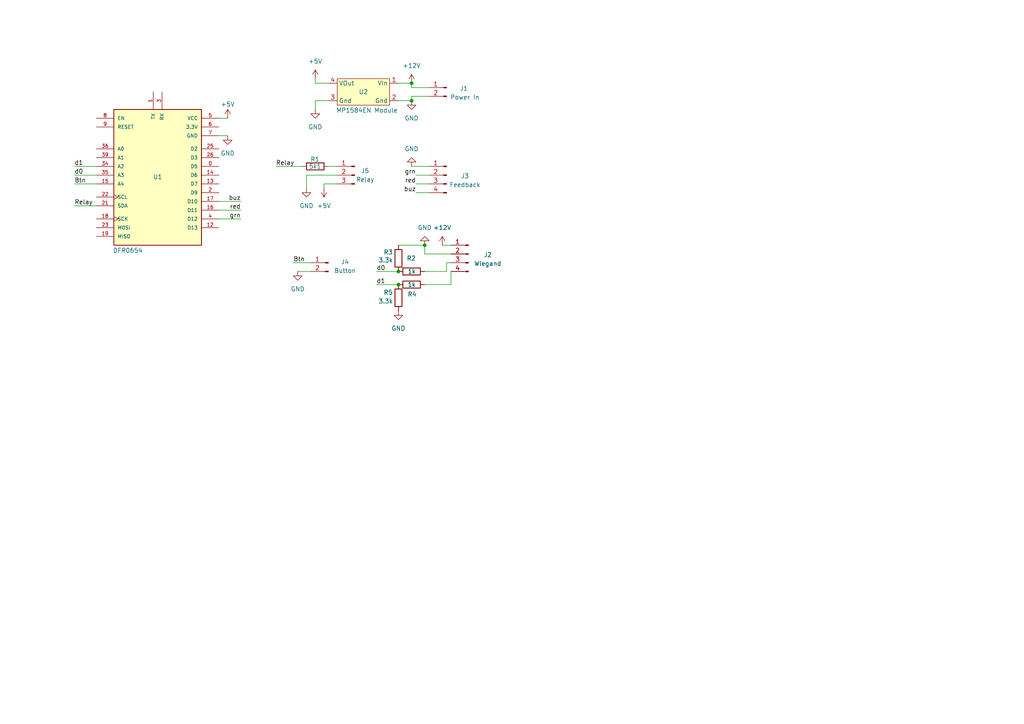
<source format=kicad_sch>
(kicad_sch (version 20231120) (generator "eeschema") (generator_version "8.0")
  (paper "A4")
  (lib_symbols
    (symbol "Connector:Conn_01x02_Pin" (pin_names (offset 1.016) hide)
      (property "Reference" "J" (at 0 2.54 0))
      (property "Value" "Conn_01x02_Pin" (at 0 -5.08 0))
      (symbol "Conn_01x02_Pin_1_1"
        (polyline (pts (xy 1.27 -2.54) (xy 0.8636 -2.54)) (stroke (width 0.1524)))
        (polyline (pts (xy 1.27 0) (xy 0.8636 0)) (stroke (width 0.1524)))
        (rectangle (start 0.8636 -2.413) (end 0 -2.667) (stroke (width 0.1524)) (fill (type outline)))
        (rectangle (start 0.8636 0.127) (end 0 -0.127) (stroke (width 0.1524)) (fill (type outline)))
        (pin passive line (at 5.08 0 180) (length 3.81) (name "Pin_1") (number "1"))
        (pin passive line (at 5.08 -2.54 180) (length 3.81) (name "Pin_2") (number "2"))
      )
    )
    (symbol "Connector:Conn_01x03_Pin" (pin_names (offset 1.016) hide)
      (property "Reference" "J" (at 0 5.08 0))
      (property "Value" "Conn_01x03_Pin" (at 0 -5.08 0))
      (symbol "Conn_01x03_Pin_1_1"
        (polyline (pts (xy 1.27 -2.54) (xy 0.8636 -2.54)) (stroke (width 0.1524)))
        (polyline (pts (xy 1.27 0) (xy 0.8636 0)) (stroke (width 0.1524)))
        (polyline (pts (xy 1.27 2.54) (xy 0.8636 2.54)) (stroke (width 0.1524)))
        (rectangle (start 0.8636 -2.413) (end 0 -2.667) (stroke (width 0.1524)) (fill (type outline)))
        (rectangle (start 0.8636 0.127) (end 0 -0.127) (stroke (width 0.1524)) (fill (type outline)))
        (rectangle (start 0.8636 2.667) (end 0 2.413) (stroke (width 0.1524)) (fill (type outline)))
        (pin passive line (at 5.08 2.54 180) (length 3.81) (name "Pin_1") (number "1"))
        (pin passive line (at 5.08 0 180) (length 3.81) (name "Pin_2") (number "2"))
        (pin passive line (at 5.08 -2.54 180) (length 3.81) (name "Pin_3") (number "3"))
      )
    )
    (symbol "Connector:Conn_01x04_Pin" (pin_names (offset 1.016) hide)
      (property "Reference" "J" (at 0 5.08 0))
      (property "Value" "Conn_01x04_Pin" (at 0 -7.62 0))
      (symbol "Conn_01x04_Pin_1_1"
        (polyline (pts (xy 1.27 -5.08) (xy 0.8636 -5.08)) (stroke (width 0.1524)))
        (polyline (pts (xy 1.27 -2.54) (xy 0.8636 -2.54)) (stroke (width 0.1524)))
        (polyline (pts (xy 1.27 0) (xy 0.8636 0)) (stroke (width 0.1524)))
        (polyline (pts (xy 1.27 2.54) (xy 0.8636 2.54)) (stroke (width 0.1524)))
        (rectangle (start 0.8636 -4.953) (end 0 -5.207) (stroke (width 0.1524)) (fill (type outline)))
        (rectangle (start 0.8636 -2.413) (end 0 -2.667) (stroke (width 0.1524)) (fill (type outline)))
        (rectangle (start 0.8636 0.127) (end 0 -0.127) (stroke (width 0.1524)) (fill (type outline)))
        (rectangle (start 0.8636 2.667) (end 0 2.413) (stroke (width 0.1524)) (fill (type outline)))
        (pin passive line (at 5.08 2.54 180) (length 3.81) (name "Pin_1") (number "1"))
        (pin passive line (at 5.08 0 180) (length 3.81) (name "Pin_2") (number "2"))
        (pin passive line (at 5.08 -2.54 180) (length 3.81) (name "Pin_3") (number "3"))
        (pin passive line (at 5.08 -5.08 180) (length 3.81) (name "Pin_4") (number "4"))
      )
    )
    (symbol "DFR0654:DFR0654" (pin_names (offset 1.016))
      (property "Reference" "U" (at -12.7 26.162 0))
      (property "Value" "DFR0654" (at -12.446 -16.51 0))
      (symbol "DFR0654_0_0"
        (rectangle (start -12.7 25.4) (end 12.7 -13.97) (stroke (width 0.254)) (fill (type background)))
        (pin bidirectional line (at 17.78 8.89 180) (length 5.08) (name "D5") (number "0"))
        (pin bidirectional line (at 17.78 -8.89 180) (length 5.08) (name "D13") (number "12"))
        (pin bidirectional line (at 17.78 3.81 180) (length 5.08) (name "D7") (number "13"))
        (pin bidirectional line (at 17.78 6.35 180) (length 5.08) (name "D6") (number "14"))
        (pin bidirectional line (at -17.78 3.81 0) (length 5.08) (name "A4") (number "15"))
        (pin bidirectional line (at 17.78 -3.81 180) (length 5.08) (name "D11") (number "16"))
        (pin bidirectional line (at 17.78 -1.27 180) (length 5.08) (name "D10") (number "17"))
        (pin bidirectional clock (at -17.78 -6.35 0) (length 5.08) (name "SCK") (number "18"))
        (pin output line (at -17.78 -11.43 0) (length 5.08) (name "MISO") (number "19"))
        (pin bidirectional line (at 17.78 1.27 180) (length 5.08) (name "D9") (number "2"))
        (pin bidirectional line (at -17.78 -2.54 0) (length 5.08) (name "SDA") (number "21"))
        (pin bidirectional clock (at -17.78 0 0) (length 5.08) (name "SCL") (number "22"))
        (pin input line (at -17.78 -8.89 0) (length 5.08) (name "MOSI") (number "23"))
        (pin bidirectional line (at 17.78 13.97 180) (length 5.08) (name "D2") (number "25"))
        (pin bidirectional line (at 17.78 11.43 180) (length 5.08) (name "D3") (number "26"))
        (pin input line (at -17.78 8.89 0) (length 5.08) (name "A2") (number "34"))
        (pin input line (at -17.78 6.35 0) (length 5.08) (name "A3") (number "35"))
        (pin input line (at -17.78 13.97 0) (length 5.08) (name "A0") (number "36"))
        (pin input line (at -17.78 11.43 0) (length 5.08) (name "A1") (number "39"))
        (pin bidirectional line (at 17.78 -6.35 180) (length 5.08) (name "D12") (number "4"))
        (pin power_in line (at 17.78 22.86 180) (length 5.08) (name "VCC") (number "5"))
        (pin power_in line (at 17.78 20.32 180) (length 5.08) (name "3.3V") (number "6"))
        (pin power_in line (at 17.78 17.78 180) (length 5.08) (name "GND") (number "7"))
        (pin input line (at -17.78 22.86 0) (length 5.08) (name "EN") (number "8"))
        (pin input line (at -17.78 20.32 0) (length 5.08) (name "RESET") (number "9"))
      )
      (symbol "DFR0654_1_0"
        (pin output line (at -1.27 30.48 270) (length 5.08) (name "TX") (number "1"))
        (pin input line (at 1.27 30.48 270) (length 5.08) (name "RX") (number "3"))
      )
    )
    (symbol "Device:R" (pin_numbers hide) (pin_names (offset 0))
      (property "Reference" "R" (at 2.032 0 90))
      (property "Value" "R" (at 0 0 90))
      (symbol "R_0_1"
        (rectangle (start -1.016 -2.54) (end 1.016 2.54) (stroke (width 0.254)))
      )
      (symbol "R_1_1"
        (pin passive line (at 0 3.81 270) (length 1.27) (name "~") (number "1"))
        (pin passive line (at 0 -3.81 90) (length 1.27) (name "~") (number "2"))
      )
    )
    (symbol "jacobs-libs:MP1584EN_Module"
      (property "Reference" "U" (at -7.112 4.826 0))
      (property "Value" "MP1584EN Module" (at 1.016 -4.826 0))
      (symbol "MP1584EN_Module_1_1"
        (rectangle (start -7.62 3.81) (end 7.62 -3.81) (fill (type background)))
        (pin power_in line (at 10.16 2.54 180) (length 2.54) (name "VIn") (number "1"))
        (pin power_in line (at 10.16 -2.54 180) (length 2.54) (name "Gnd") (number "2"))
        (pin power_out line (at -10.16 -2.54 0) (length 2.54) (name "Gnd") (number "3"))
        (pin power_out line (at -10.16 2.54 0) (length 2.54) (name "VOut") (number "4"))
      )
    )
    (symbol "power:+12V" (power) (pin_numbers hide) (pin_names (offset 0) hide)
      (property "Value" "+12V" (at 0 3.556 0))
      (symbol "+12V_0_1"
        (polyline (pts (xy -0.762 1.27) (xy 0 2.54)))
        (polyline (pts (xy 0 0) (xy 0 2.54)))
        (polyline (pts (xy 0 2.54) (xy 0.762 1.27)))
      )
      (symbol "+12V_1_1"
        (pin power_in line (at 0 0 90) (length 0) (name "~") (number "1"))
      )
    )
    (symbol "power:+5V" (power) (pin_numbers hide) (pin_names (offset 0) hide)
      (property "Value" "+5V" (at 0 3.556 0))
      (symbol "+5V_0_1"
        (polyline (pts (xy -0.762 1.27) (xy 0 2.54)))
        (polyline (pts (xy 0 0) (xy 0 2.54)))
        (polyline (pts (xy 0 2.54) (xy 0.762 1.27)))
      )
      (symbol "+5V_1_1"
        (pin power_in line (at 0 0 90) (length 0) (name "~") (number "1"))
      )
    )
    (symbol "power:GND" (power) (pin_numbers hide) (pin_names (offset 0) hide)
      (property "Value" "GND" (at 0 -3.81 0))
      (symbol "GND_0_1"
        (polyline (pts (xy 0 0) (xy 0 -1.27) (xy 1.27 -1.27) (xy 0 -2.54) (xy -1.27 -1.27) (xy 0 -1.27)))
      )
      (symbol "GND_1_1"
        (pin power_in line (at 0 0 270) (length 0) (name "~") (number "1"))
      )
    )
  )
  (junction (at 119.38 29.21))
  (junction (at 115.57 82.55))
  (junction (at 115.57 78.74))
  (junction (at 119.38 24.13))
  (junction (at 123.19 71.12))
  (wire (pts (xy 128.27 71.12) (xy 130.81 71.12)))
  (wire (pts (xy 63.5 58.42) (xy 69.85 58.42)))
  (wire (pts (xy 21.59 48.26) (xy 27.94 48.26)))
  (wire (pts (xy 95.25 24.13) (xy 91.44 24.13)))
  (wire (pts (xy 21.59 53.34) (xy 27.94 53.34)))
  (wire (pts (xy 120.65 53.34) (xy 124.46 53.34)))
  (wire (pts (xy 91.44 29.21) (xy 91.44 31.75)))
  (wire (pts (xy 93.98 53.34) (xy 97.79 53.34)))
  (wire (pts (xy 63.5 60.96) (xy 69.85 60.96)))
  (wire (pts (xy 88.9 50.8) (xy 88.9 54.61)))
  (wire (pts (xy 124.46 27.94) (xy 119.38 27.94)))
  (wire (pts (xy 124.46 25.4) (xy 119.38 25.4)))
  (wire (pts (xy 130.81 82.55) (xy 130.81 78.74)))
  (wire (pts (xy 130.81 73.66) (xy 123.19 73.66)))
  (wire (pts (xy 63.5 34.29) (xy 66.04 34.29)))
  (wire (pts (xy 123.19 71.12) (xy 123.19 73.66)))
  (wire (pts (xy 129.54 76.2) (xy 129.54 78.74)))
  (wire (pts (xy 93.98 54.61) (xy 93.98 53.34)))
  (wire (pts (xy 21.59 59.69) (xy 27.94 59.69)))
  (wire (pts (xy 86.36 78.74) (xy 90.17 78.74)))
  (wire (pts (xy 80.01 48.26) (xy 87.63 48.26)))
  (wire (pts (xy 97.79 50.8) (xy 88.9 50.8)))
  (wire (pts (xy 115.57 29.21) (xy 119.38 29.21)))
  (wire (pts (xy 120.65 50.8) (xy 124.46 50.8)))
  (wire (pts (xy 21.59 50.8) (xy 27.94 50.8)))
  (wire (pts (xy 95.25 29.21) (xy 91.44 29.21)))
  (wire (pts (xy 119.38 24.13) (xy 115.57 24.13)))
  (wire (pts (xy 109.22 78.74) (xy 115.57 78.74)))
  (wire (pts (xy 91.44 24.13) (xy 91.44 22.86)))
  (wire (pts (xy 115.57 71.12) (xy 123.19 71.12)))
  (wire (pts (xy 109.22 82.55) (xy 115.57 82.55)))
  (wire (pts (xy 129.54 76.2) (xy 130.81 76.2)))
  (wire (pts (xy 123.19 82.55) (xy 130.81 82.55)))
  (wire (pts (xy 119.38 27.94) (xy 119.38 29.21)))
  (wire (pts (xy 63.5 63.5) (xy 69.85 63.5)))
  (wire (pts (xy 95.25 48.26) (xy 97.79 48.26)))
  (wire (pts (xy 85.09 76.2) (xy 90.17 76.2)))
  (wire (pts (xy 120.65 55.88) (xy 124.46 55.88)))
  (wire (pts (xy 119.38 48.26) (xy 124.46 48.26)))
  (wire (pts (xy 123.19 78.74) (xy 129.54 78.74)))
  (wire (pts (xy 119.38 25.4) (xy 119.38 24.13)))
  (wire (pts (xy 63.5 39.37) (xy 66.04 39.37)))
  (label "d1" (at 109.22 82.55 0))
  (label "buz" (at 69.85 58.42 180))
  (label "buz" (at 120.65 55.88 180))
  (label "Relay" (at 21.59 59.69 0))
  (label "Relay" (at 80.01 48.26 0))
  (label "grn" (at 120.65 50.8 180))
  (label "d0" (at 21.59 50.8 0))
  (label "d0" (at 109.22 78.74 0))
  (label "Btn" (at 21.59 53.34 0))
  (label "red" (at 69.85 60.96 180))
  (label "d1" (at 21.59 48.26 0))
  (label "red" (at 120.65 53.34 180))
  (label "grn" (at 69.85 63.5 180))
  (label "Btn" (at 85.09 76.2 0))
  (symbol (lib_id "power:GND") (at 88.9 54.61 0) (unit 1)
    (property "Reference" "#PWR08" (effects (hide yes)))
    (property "Value" "GND" (at 88.9 59.69 0))
    (property "Description" "Power symbol creates a global label with name \"GND\" , ground" (effects (hide yes)))
  )
  (symbol (lib_id "Device:R") (at 119.38 78.74 90) (unit 1)
    (property "Reference" "R2" (at 120.65 74.93 90) (effects (justify left)))
    (property "Value" "1k" (at 120.65 78.74 90) (effects (justify left)))
    (property "Footprint" "Resistor_THT:R_Axial_DIN0204_L3.6mm_D1.6mm_P7.62mm_Horizontal" (effects (hide yes)))
    (property "Description" "Resistor" (effects (hide yes)))
  )
  (symbol (lib_id "jacobs-libs:MP1584EN_Module") (at 105.41 26.67 0) (unit 1)
    (property "Reference" "U2" (at 105.41 26.67 0))
    (property "Value" "MP1584EN Module" (at 106.426 32.004 0))
    (property "Footprint" "jacob-libs:MP1584EN Module" (effects (hide yes)))
    (property "Datasheet" "https://mm.digikey.com/Volume0/opasdata/d220001/medias/docus/1231/106990005_Web.pdf" (effects (hide yes)))
    (property "Description" "A DC to DC buck converter module using the MP1584EN chip" (effects (hide yes)))
  )
  (symbol (lib_id "power:GND") (at 123.19 71.12 0) (mirror x) (unit 1)
    (property "Reference" "#PWR013" (effects (hide yes)))
    (property "Value" "GND" (at 123.19 66.04 0))
    (property "Description" "Power symbol creates a global label with name \"GND\" , ground" (effects (hide yes)))
  )
  (symbol (lib_id "power:GND") (at 119.38 29.21 0) (unit 1)
    (property "Reference" "#PWR05" (effects (hide yes)))
    (property "Value" "GND" (at 119.38 34.29 0))
    (property "Description" "Power symbol creates a global label with name \"GND\" , ground" (effects (hide yes)))
  )
  (symbol (lib_id "power:+5V") (at 91.44 22.86 0) (unit 1)
    (property "Reference" "#PWR02" (effects (hide yes)))
    (property "Value" "+5V" (at 91.44 17.78 0))
    (property "Description" "Power symbol creates a global label with name \"+5V\"" (effects (hide yes)))
  )
  (symbol (lib_id "DFR0654:DFR0654") (at 45.72 57.15 0) (unit 1)
    (property "Reference" "U1" (at 45.72 51.308 0))
    (property "Value" "DFR0654" (at 37.084 72.644 0))
    (property "Footprint" "DFR0654:MODULE_DFR0654" (effects (hide yes)))
    (property "STANDARD" "Manufacturer Recommendations" (effects (hide yes)))
    (property "MANUFACTURER" "DFRobot" (effects (hide yes)))
  )
  (symbol (lib_id "Connector:Conn_01x03_Pin") (at 102.87 50.8 0) (mirror y) (unit 1)
    (property "Reference" "J5" (at 105.918 49.53 0))
    (property "Value" "Relay" (at 105.918 52.07 0))
    (property "Footprint" "Connector_PinHeader_2.54mm:PinHeader_1x03_P2.54mm_Vertical" (effects (hide yes)))
    (property "Description" "Generic connector, single row, 01x03, script generated" (effects (hide yes)))
  )
  (symbol (lib_id "power:GND") (at 66.04 39.37 0) (unit 1)
    (property "Reference" "#PWR07" (effects (hide yes)))
    (property "Value" "GND" (at 66.04 44.45 0))
    (property "Description" "Power symbol creates a global label with name \"GND\" , ground" (effects (hide yes)))
  )
  (symbol (lib_id "Connector:Conn_01x04_Pin") (at 129.54 50.8 0) (mirror y) (unit 1)
    (property "Reference" "J3" (at 134.874 51.054 0))
    (property "Value" "Feedback" (at 134.874 53.594 0))
    (property "Footprint" "Connector_PinHeader_2.54mm:PinHeader_1x04_P2.54mm_Vertical" (effects (hide yes)))
    (property "Description" "Generic connector, single row, 01x04, script generated" (effects (hide yes)))
  )
  (symbol (lib_id "power:+5V") (at 93.98 54.61 0) (mirror x) (unit 1)
    (property "Reference" "#PWR09" (effects (hide yes)))
    (property "Value" "+5V" (at 93.98 59.69 0))
    (property "Description" "Power symbol creates a global label with name \"+5V\"" (effects (hide yes)))
  )
  (symbol (lib_id "power:+12V") (at 128.27 71.12 0) (unit 1)
    (property "Reference" "#PWR012" (effects (hide yes)))
    (property "Value" "+12V" (at 128.27 66.04 0))
    (property "Description" "Power symbol creates a global label with name \"+12V\"" (effects (hide yes)))
  )
  (symbol (lib_id "Device:R") (at 91.44 48.26 90) (unit 1)
    (property "Reference" "R1" (at 92.71 46.228 90) (effects (justify left)))
    (property "Value" "5k1" (at 93.218 48.26 90) (effects (justify left)))
    (property "Footprint" "Resistor_THT:R_Axial_DIN0204_L3.6mm_D1.6mm_P7.62mm_Horizontal" (effects (hide yes)))
    (property "Description" "Resistor" (effects (hide yes)))
  )
  (symbol (lib_id "Device:R") (at 119.38 82.55 90) (unit 1)
    (property "Reference" "R4" (at 120.904 85.344 90) (effects (justify left)))
    (property "Value" "1k" (at 120.65 82.55 90) (effects (justify left)))
    (property "Footprint" "Resistor_THT:R_Axial_DIN0204_L3.6mm_D1.6mm_P7.62mm_Horizontal" (effects (hide yes)))
    (property "Description" "Resistor" (effects (hide yes)))
  )
  (symbol (lib_id "power:GND") (at 115.57 90.17 0) (unit 1)
    (property "Reference" "#PWR015" (effects (hide yes)))
    (property "Value" "GND" (at 115.57 95.25 0))
    (property "Description" "Power symbol creates a global label with name \"GND\" , ground" (effects (hide yes)))
  )
  (symbol (lib_id "Connector:Conn_01x04_Pin") (at 135.89 73.66 0) (mirror y) (unit 1)
    (property "Reference" "J2" (at 141.478 73.914 0))
    (property "Value" "Wiegand" (at 141.478 76.454 0))
    (property "Footprint" "Connector_PinHeader_2.54mm:PinHeader_1x04_P2.54mm_Vertical" (effects (hide yes)))
    (property "Description" "Generic connector, single row, 01x04, script generated" (effects (hide yes)))
  )
  (symbol (lib_id "Device:R") (at 115.57 86.36 0) (unit 1)
    (property "Reference" "R5" (at 111.252 84.836 0) (effects (justify left)))
    (property "Value" "3.3k" (at 109.728 87.376 0) (effects (justify left)))
    (property "Footprint" "Resistor_THT:R_Axial_DIN0204_L3.6mm_D1.6mm_P7.62mm_Horizontal" (effects (hide yes)))
    (property "Description" "Resistor" (effects (hide yes)))
  )
  (symbol (lib_id "power:GND") (at 86.36 78.74 0) (unit 1)
    (property "Reference" "#PWR010" (effects (hide yes)))
    (property "Value" "GND" (at 86.36 83.82 0))
    (property "Description" "Power symbol creates a global label with name \"GND\" , ground" (effects (hide yes)))
  )
  (symbol (lib_id "Connector:Conn_01x02_Pin") (at 129.54 25.4 0) (mirror y) (unit 1)
    (property "Reference" "J1" (at 133.35 25.654 0) (effects (justify right)))
    (property "Value" "Power In" (at 130.556 28.1939 0) (effects (justify right)))
    (property "Footprint" "Connector_PinHeader_2.54mm:PinHeader_1x02_P2.54mm_Vertical" (effects (hide yes)))
    (property "Description" "Generic connector, single row, 01x02, script generated" (effects (hide yes)))
  )
  (symbol (lib_id "Connector:Conn_01x02_Pin") (at 95.25 76.2 0) (mirror y) (unit 1)
    (property "Reference" "J4" (at 100.076 75.946 0))
    (property "Value" "Button" (at 100.076 78.486 0))
    (property "Footprint" "Connector_PinHeader_2.54mm:PinHeader_1x02_P2.54mm_Vertical" (effects (hide yes)))
    (property "Description" "Generic connector, single row, 01x02, script generated" (effects (hide yes)))
  )
  (symbol (lib_id "power:+5V") (at 66.04 34.29 0) (unit 1)
    (property "Reference" "#PWR06" (effects (hide yes)))
    (property "Value" "+5V" (at 66.04 30.226 0))
    (property "Description" "Power symbol creates a global label with name \"+5V\"" (effects (hide yes)))
  )
  (symbol (lib_id "power:+12V") (at 119.38 24.13 0) (unit 1)
    (property "Reference" "#PWR04" (effects (hide yes)))
    (property "Value" "+12V" (at 119.38 19.05 0))
    (property "Description" "Power symbol creates a global label with name \"+12V\"" (effects (hide yes)))
  )
  (symbol (lib_id "power:GND") (at 91.44 31.75 0) (unit 1)
    (property "Reference" "#PWR03" (effects (hide yes)))
    (property "Value" "GND" (at 91.44 36.83 0))
    (property "Description" "Power symbol creates a global label with name \"GND\" , ground" (effects (hide yes)))
  )
  (symbol (lib_id "power:GND") (at 119.38 48.26 0) (mirror x) (unit 1)
    (property "Reference" "#PWR011" (effects (hide yes)))
    (property "Value" "GND" (at 119.38 43.18 0))
    (property "Description" "Power symbol creates a global label with name \"GND\" , ground" (effects (hide yes)))
  )
  (symbol (lib_id "Device:R") (at 115.57 74.93 0) (unit 1)
    (property "Reference" "R3" (at 111.252 73.152 0) (effects (justify left)))
    (property "Value" "3.3k" (at 109.728 75.438 0) (effects (justify left)))
    (property "Footprint" "Resistor_THT:R_Axial_DIN0204_L3.6mm_D1.6mm_P7.62mm_Horizontal" (effects (hide yes)))
    (property "Description" "Resistor" (effects (hide yes)))
  )
)
</source>
